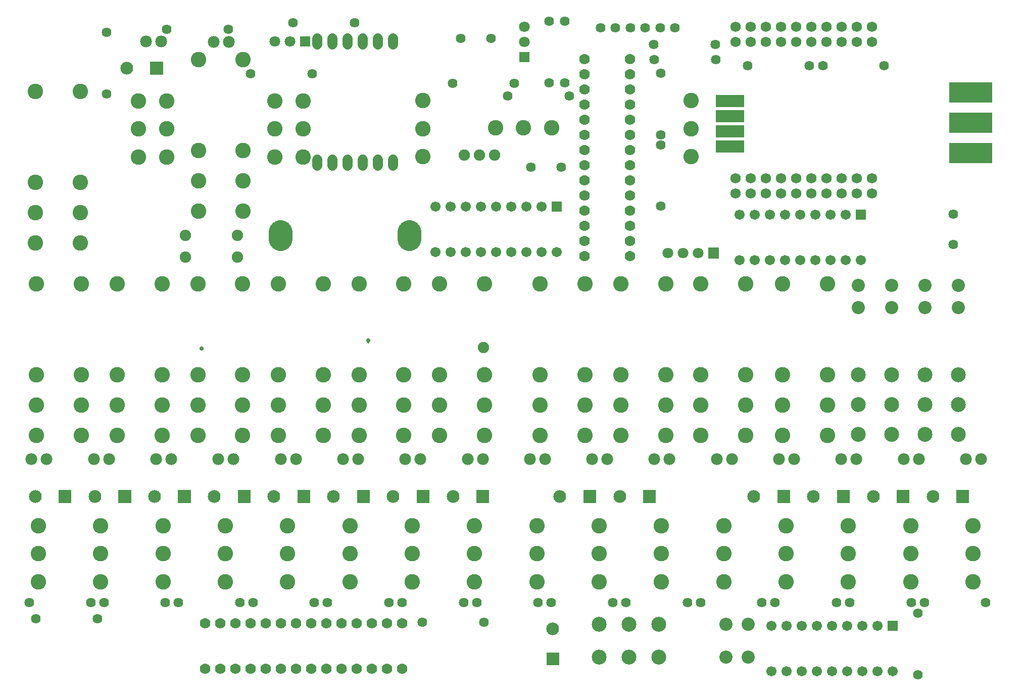
<source format=gts>
G04 Layer: TopSolderMaskLayer*
G04 EasyEDA v6.5.9, 2022-07-24 10:15:09*
G04 fe253c73351744798c961b15868a372a,02f1792b0bbe455e88b475f65b551f11,10*
G04 Gerber Generator version 0.2*
G04 Scale: 100 percent, Rotated: No, Reflected: No *
G04 Dimensions in millimeters *
G04 leading zeros omitted , absolute positions ,4 integer and 5 decimal *
%FSLAX45Y45*%
%MOMM*%

%ADD10C,0.3556*%
%ADD11C,4.0032*%
%ADD12C,1.7272*%
%ADD13C,1.6256*%
%ADD14C,2.1336*%
%ADD15C,1.9016*%
%ADD16C,2.5032*%
%ADD17C,2.2032*%
%ADD18C,2.6032*%
%ADD19C,1.8016*%
%ADD20C,2.6016*%
%ADD21C,1.7016*%
%ADD22C,1.9812*%
%ADD23C,1.8032*%
%ADD24R,1.7016X1.7016*%
%ADD25C,1.7780*%
%ADD26C,0.7116*%
%ADD27C,0.0103*%

%LPD*%
D10*
X5900003Y-5460001D02*
G01*
X5900000Y-5499999D01*
X5900000Y-5499999D01*
X5900000Y-5499999D01*
X5900000Y-5499999D01*
D11*
X4420488Y-3639992D02*
G01*
X4420488Y-3759992D01*
X6579488Y-3639992D02*
G01*
X6579488Y-3759992D01*
D12*
X6312001Y-403199D02*
G01*
X6312001Y-504799D01*
X6058001Y-403199D02*
G01*
X6058001Y-504799D01*
X5804001Y-403199D02*
G01*
X5804001Y-504799D01*
X5550001Y-403199D02*
G01*
X5550001Y-504799D01*
X5296001Y-403199D02*
G01*
X5296001Y-504799D01*
X5042001Y-403199D02*
G01*
X5042001Y-504799D01*
X5042001Y-2435199D02*
G01*
X5042001Y-2536799D01*
X5296001Y-2435199D02*
G01*
X5296001Y-2536799D01*
X5550001Y-2435199D02*
G01*
X5550001Y-2536799D01*
X5804001Y-2435199D02*
G01*
X5804001Y-2536799D01*
X6058001Y-2435199D02*
G01*
X6058001Y-2536799D01*
X6312001Y-2435199D02*
G01*
X6312001Y-2536799D01*
D13*
G01*
X15699993Y-3345942D03*
G01*
X15699993Y-3853942D03*
G01*
X7446009Y-399999D03*
G01*
X7954009Y-399999D03*
G01*
X8626017Y-2560015D03*
G01*
X9134017Y-2560015D03*
G01*
X11039703Y-219735D03*
G01*
X10789716Y-219735D03*
G01*
X10539704Y-219735D03*
G01*
X10289717Y-219735D03*
G01*
X10039705Y-219735D03*
G01*
X9789718Y-219735D03*
D12*
G01*
X14336598Y-456996D03*
G01*
X14336598Y-2742996D03*
G01*
X14082598Y-456996D03*
G01*
X14082598Y-2742996D03*
G01*
X13828598Y-456996D03*
G01*
X13828598Y-2742996D03*
G01*
X13574598Y-456996D03*
G01*
X13574598Y-2742996D03*
G01*
X13320598Y-456996D03*
G01*
X13066598Y-456996D03*
G01*
X12812598Y-456996D03*
G01*
X12558598Y-456996D03*
G01*
X12558598Y-2742996D03*
G01*
X12812598Y-2742996D03*
G01*
X13066598Y-2742996D03*
G01*
X13320598Y-2742996D03*
G01*
X14336598Y-2996996D03*
G01*
X14082598Y-2996996D03*
G01*
X13828598Y-2996996D03*
G01*
X13574598Y-2996996D03*
G01*
X13320598Y-2996996D03*
G01*
X13066598Y-2996996D03*
G01*
X12812598Y-2996996D03*
G01*
X12558598Y-2996996D03*
G01*
X14336598Y-202996D03*
G01*
X14082598Y-202996D03*
G01*
X13828598Y-202996D03*
G01*
X13574598Y-202996D03*
G01*
X13320598Y-202996D03*
G01*
X13066598Y-202996D03*
G01*
X12812598Y-202996D03*
G01*
X12558598Y-202996D03*
G01*
X12304598Y-2996996D03*
G01*
X12304598Y-2742996D03*
G01*
X12304598Y-202996D03*
G01*
X12304598Y-456996D03*
G01*
X12050598Y-2996996D03*
G01*
X12050598Y-2742996D03*
G01*
X12050598Y-202996D03*
G01*
X12050598Y-456996D03*
G36*
X15883381Y-1416557D02*
G01*
X15883381Y-1203197D01*
X16096741Y-1203197D01*
X16096741Y-1416557D01*
G37*
D14*
G01*
X15990011Y-1810181D03*
G36*
X15753588Y-8186673D02*
G01*
X15753588Y-7973313D01*
X15966947Y-7973313D01*
X15966947Y-8186673D01*
G37*
G01*
X15359811Y-8079994D03*
G36*
X14753590Y-8186673D02*
G01*
X14753590Y-7973313D01*
X14966950Y-7973313D01*
X14966950Y-8186673D01*
G37*
G01*
X14359813Y-8079994D03*
G36*
X10503408Y-8186673D02*
G01*
X10503408Y-7973313D01*
X10716768Y-7973313D01*
X10716768Y-8186673D01*
G37*
G01*
X10109809Y-8079994D03*
G36*
X9503409Y-8186673D02*
G01*
X9503409Y-7973313D01*
X9716770Y-7973313D01*
X9716770Y-8186673D01*
G37*
G01*
X9109811Y-8079994D03*
G36*
X7708900Y-8186673D02*
G01*
X7708900Y-7973313D01*
X7922259Y-7973313D01*
X7922259Y-8186673D01*
G37*
G01*
X7315327Y-8079994D03*
G36*
X6708902Y-8186673D02*
G01*
X6708902Y-7973313D01*
X6922261Y-7973313D01*
X6922261Y-8186673D01*
G37*
G01*
X6315329Y-8079994D03*
G36*
X5708904Y-8186673D02*
G01*
X5708904Y-7973313D01*
X5922263Y-7973313D01*
X5922263Y-8186673D01*
G37*
G01*
X5315305Y-8079994D03*
G36*
X3708908Y-8186673D02*
G01*
X3708908Y-7973313D01*
X3922268Y-7973313D01*
X3922268Y-8186673D01*
G37*
G01*
X3315309Y-8079994D03*
G36*
X2708909Y-8186673D02*
G01*
X2708909Y-7973313D01*
X2922270Y-7973313D01*
X2922270Y-8186673D01*
G37*
G01*
X2315311Y-8079994D03*
G36*
X1708912Y-8186673D02*
G01*
X1708912Y-7973313D01*
X1922271Y-7973313D01*
X1922271Y-8186673D01*
G37*
G01*
X1315313Y-8079994D03*
G36*
X13753591Y-8186673D02*
G01*
X13753591Y-7973313D01*
X13966952Y-7973313D01*
X13966952Y-8186673D01*
G37*
G01*
X13359815Y-8079994D03*
G36*
X12753593Y-8186673D02*
G01*
X12753593Y-7973313D01*
X12966954Y-7973313D01*
X12966954Y-8186673D01*
G37*
G01*
X12359817Y-8079994D03*
G36*
X4708906Y-8186673D02*
G01*
X4708906Y-7973313D01*
X4922265Y-7973313D01*
X4922265Y-8186673D01*
G37*
G01*
X4315307Y-8079994D03*
G36*
X708913Y-8186673D02*
G01*
X708913Y-7973313D01*
X922273Y-7973313D01*
X922273Y-8186673D01*
G37*
G01*
X315315Y-8079994D03*
G36*
X2243581Y-1006602D02*
G01*
X2243581Y-793242D01*
X2456941Y-793242D01*
X2456941Y-1006602D01*
G37*
G01*
X1849805Y-899998D03*
D15*
G01*
X3700424Y-4067327D03*
G01*
X2830423Y-4067327D03*
G01*
X3701618Y-3699535D03*
G01*
X2831617Y-3699535D03*
D16*
G01*
X15788817Y-7042327D03*
G01*
X15788817Y-6542328D03*
G01*
X15788817Y-6042329D03*
D17*
G01*
X15788817Y-4917338D03*
G01*
X15788817Y-4542332D03*
D16*
G01*
X15230017Y-7042327D03*
G01*
X15230017Y-6542328D03*
G01*
X15230017Y-6042329D03*
D17*
G01*
X15230017Y-4917338D03*
G01*
X15230017Y-4542332D03*
D16*
G01*
X14671217Y-7042327D03*
G01*
X14671217Y-6542328D03*
G01*
X14671217Y-6042329D03*
D17*
G01*
X14671217Y-4917338D03*
G01*
X14671217Y-4542332D03*
D16*
G01*
X14112417Y-7042327D03*
G01*
X14112417Y-6542328D03*
G01*
X14112417Y-6042329D03*
D17*
G01*
X14112417Y-4917338D03*
G01*
X14112417Y-4542332D03*
D15*
G01*
X7506004Y-2359990D03*
G01*
X7760004Y-2359990D03*
G01*
X8014004Y-2359990D03*
D18*
G01*
X10880775Y-4512335D03*
G01*
X10880775Y-6036335D03*
G01*
X10880775Y-6544335D03*
G01*
X10880775Y-7052335D03*
G01*
X10130764Y-7052335D03*
G01*
X10130764Y-6544335D03*
G01*
X10130764Y-6036335D03*
G01*
X10130764Y-4512335D03*
G01*
X9530003Y-4512335D03*
G01*
X9530003Y-6036335D03*
G01*
X9530003Y-6544335D03*
G01*
X9530003Y-7052335D03*
G01*
X8779992Y-7052335D03*
G01*
X8779992Y-6544335D03*
G01*
X8779992Y-6036335D03*
G01*
X8779992Y-4512335D03*
G01*
X7842427Y-4512335D03*
G01*
X7842427Y-6036335D03*
G01*
X7842427Y-6544335D03*
G01*
X7842427Y-7052335D03*
G01*
X7092416Y-7052335D03*
G01*
X7092416Y-6544335D03*
G01*
X7092416Y-6036335D03*
G01*
X7092416Y-4512335D03*
G01*
X6491655Y-4512335D03*
G01*
X6491655Y-6036335D03*
G01*
X6491655Y-6544335D03*
G01*
X6491655Y-7052335D03*
G01*
X5741644Y-7052335D03*
G01*
X5741644Y-6544335D03*
G01*
X5741644Y-6036335D03*
G01*
X5741644Y-4512335D03*
G01*
X5140883Y-4512335D03*
G01*
X5140883Y-6036335D03*
G01*
X5140883Y-6544335D03*
G01*
X5140883Y-7052335D03*
G01*
X4390847Y-7052335D03*
G01*
X4390847Y-6544335D03*
G01*
X4390847Y-6036335D03*
G01*
X4390847Y-4512335D03*
G01*
X3789857Y-4512335D03*
G01*
X3789857Y-6036335D03*
G01*
X3789857Y-6544335D03*
G01*
X3789857Y-7052335D03*
G01*
X3039846Y-7052335D03*
G01*
X3039846Y-6544335D03*
G01*
X3039846Y-6036335D03*
G01*
X3039846Y-4512335D03*
G01*
X2439085Y-4512335D03*
G01*
X2439085Y-6036335D03*
G01*
X2439085Y-6544335D03*
G01*
X2439085Y-7052335D03*
G01*
X1689074Y-7052335D03*
G01*
X1689074Y-6544335D03*
G01*
X1689074Y-6036335D03*
G01*
X1689074Y-4512335D03*
G01*
X1088313Y-4512335D03*
G01*
X1088313Y-6036335D03*
G01*
X1088313Y-6544335D03*
G01*
X1088313Y-7052335D03*
G01*
X338302Y-7052335D03*
G01*
X338302Y-6544335D03*
G01*
X338302Y-6036335D03*
G01*
X338302Y-4512335D03*
G01*
X13591717Y-4512335D03*
G01*
X13591717Y-6036335D03*
G01*
X13591717Y-6544335D03*
G01*
X13591717Y-7052335D03*
G01*
X12841706Y-7052335D03*
G01*
X12841706Y-6544335D03*
G01*
X12841706Y-6036335D03*
G01*
X12841706Y-4512335D03*
G01*
X12220117Y-4512335D03*
G01*
X12220117Y-6036335D03*
G01*
X12220117Y-6544335D03*
G01*
X12220117Y-7052335D03*
G01*
X11470106Y-7052335D03*
G01*
X11470106Y-6544335D03*
G01*
X11470106Y-6036335D03*
G01*
X11470106Y-4512335D03*
G01*
X3800017Y-753135D03*
G01*
X3800017Y-2277135D03*
G01*
X3800017Y-2785135D03*
G01*
X3800017Y-3293135D03*
G01*
X3050006Y-3293135D03*
G01*
X3050006Y-2785135D03*
G01*
X3050006Y-2277135D03*
G01*
X3050006Y-753135D03*
G01*
X1068298Y-1293495D03*
G01*
X1068298Y-2817495D03*
G01*
X1068298Y-3325495D03*
G01*
X1068298Y-3833495D03*
G01*
X318287Y-3833495D03*
G01*
X318287Y-3325495D03*
G01*
X318287Y-2817495D03*
G01*
X318287Y-1293495D03*
G36*
X11591036Y-4090162D02*
G01*
X11591036Y-3909821D01*
X11771122Y-3909821D01*
X11771122Y-4090162D01*
G37*
D19*
G01*
X11427002Y-3999992D03*
G01*
X11173002Y-3999992D03*
G01*
X10919002Y-3999992D03*
G36*
X8883395Y-10906760D02*
G01*
X8883395Y-10693400D01*
X9096756Y-10693400D01*
X9096756Y-10906760D01*
G37*
D14*
G01*
X8989999Y-10299827D03*
D16*
G01*
X9765436Y-10223017D03*
G01*
X10265435Y-10223017D03*
G01*
X10765434Y-10223017D03*
D17*
G01*
X11890425Y-10223017D03*
G01*
X12265431Y-10223017D03*
D16*
G01*
X9765411Y-10773003D03*
G01*
X10265409Y-10773003D03*
G01*
X10765409Y-10773003D03*
D17*
G01*
X11890400Y-10773003D03*
G01*
X12265406Y-10773003D03*
D13*
G01*
X12254991Y-855014D03*
G01*
X13285012Y-855014D03*
G01*
X13515009Y-855014D03*
G01*
X14545030Y-855014D03*
D20*
G01*
X6810019Y-1442186D03*
G01*
X6810019Y-1912188D03*
G01*
X6810019Y-2382189D03*
D21*
G01*
X14686000Y-11011001D03*
G01*
X14432000Y-11011001D03*
G01*
X14178000Y-11011001D03*
G01*
X13924000Y-11011001D03*
G01*
X13670000Y-11011001D03*
G01*
X13416000Y-11011001D03*
G01*
X13162000Y-11011001D03*
G01*
X12908000Y-11011001D03*
G01*
X12654000Y-11011001D03*
G01*
X12654000Y-10249001D03*
G01*
X12908000Y-10249001D03*
G01*
X13162000Y-10249001D03*
G01*
X13416000Y-10249001D03*
G01*
X13670000Y-10249001D03*
G01*
X13924000Y-10249001D03*
G01*
X14178000Y-10249001D03*
G01*
X14432000Y-10249001D03*
G36*
X14600936Y-10333989D02*
G01*
X14600936Y-10163810D01*
X14771116Y-10163810D01*
X14771116Y-10333989D01*
G37*
D20*
G01*
X2047341Y-1447190D03*
G01*
X2047341Y-1917192D03*
G01*
X2047341Y-2387193D03*
G01*
X2522347Y-1917192D03*
G01*
X2522347Y-2387193D03*
G01*
X2522347Y-1447190D03*
G01*
X4331157Y-1447190D03*
G01*
X4331157Y-1917192D03*
G01*
X4331157Y-2387193D03*
G01*
X4806162Y-1917192D03*
G01*
X4806162Y-2387193D03*
G01*
X4806162Y-1447190D03*
G36*
X11724893Y-1550162D02*
G01*
X11724893Y-1349755D01*
X12195047Y-1349755D01*
X12195047Y-1550162D01*
G37*
G36*
X11724893Y-1804162D02*
G01*
X11724893Y-1603755D01*
X12195047Y-1603755D01*
X12195047Y-1804162D01*
G37*
G36*
X11724893Y-2058162D02*
G01*
X11724893Y-1857755D01*
X12195047Y-1857755D01*
X12195047Y-2058162D01*
G37*
G36*
X11724893Y-2312162D02*
G01*
X11724893Y-2111755D01*
X12195047Y-2111755D01*
X12195047Y-2312162D01*
G37*
G36*
X15630906Y-1474215D02*
G01*
X15630906Y-1133855D01*
X16351250Y-1133855D01*
X16351250Y-1474215D01*
G37*
G36*
X15630906Y-1982215D02*
G01*
X15630906Y-1641855D01*
X16351250Y-1641855D01*
X16351250Y-1982215D01*
G37*
G36*
X15630906Y-2490215D02*
G01*
X15630906Y-2149855D01*
X16351250Y-2149855D01*
X16351250Y-2490215D01*
G37*
D21*
G01*
X9056014Y-3980992D03*
G01*
X8802014Y-3980992D03*
G01*
X8548014Y-3980992D03*
G01*
X8294014Y-3980992D03*
G01*
X8040014Y-3980992D03*
G01*
X7786014Y-3980992D03*
G01*
X7532014Y-3980992D03*
G01*
X7278014Y-3980992D03*
G01*
X7024014Y-3980992D03*
G01*
X7024014Y-3218992D03*
G01*
X7278014Y-3218992D03*
G01*
X7532014Y-3218992D03*
G01*
X7786014Y-3218992D03*
G01*
X8040014Y-3218992D03*
G01*
X8294014Y-3218992D03*
G01*
X8548014Y-3218992D03*
G01*
X8802014Y-3218992D03*
G36*
X8971025Y-3304031D02*
G01*
X8971025Y-3133852D01*
X9141206Y-3133852D01*
X9141206Y-3304031D01*
G37*
G01*
X14150593Y-4118610D03*
G01*
X13896593Y-4118610D03*
G01*
X13642593Y-4118610D03*
G01*
X13388593Y-4118610D03*
G01*
X13134593Y-4118610D03*
G01*
X12880593Y-4118610D03*
G01*
X12626593Y-4118610D03*
G01*
X12372593Y-4118610D03*
G01*
X12118593Y-4118610D03*
G01*
X12118593Y-3356610D03*
G01*
X12372593Y-3356610D03*
G01*
X12626593Y-3356610D03*
G01*
X12880593Y-3356610D03*
G01*
X13134593Y-3356610D03*
G01*
X13388593Y-3356610D03*
G01*
X13642593Y-3356610D03*
G01*
X13896593Y-3356610D03*
G36*
X14065504Y-3441700D02*
G01*
X14065504Y-3271520D01*
X14235684Y-3271520D01*
X14235684Y-3441700D01*
G37*
D20*
G01*
X16031133Y-8570010D03*
G01*
X16031133Y-9040012D03*
G01*
X16031133Y-9510013D03*
G01*
X14987016Y-8570010D03*
G01*
X14987016Y-9040012D03*
G01*
X14987016Y-9510013D03*
G01*
X13942898Y-8570010D03*
G01*
X13942898Y-9040012D03*
G01*
X13942898Y-9510013D03*
G01*
X12898805Y-8570010D03*
G01*
X12898805Y-9040012D03*
G01*
X12898805Y-9510013D03*
G01*
X11854688Y-8570010D03*
G01*
X11854688Y-9040012D03*
G01*
X11854688Y-9510013D03*
G01*
X10810570Y-8570010D03*
G01*
X10810570Y-9040012D03*
G01*
X10810570Y-9510013D03*
G01*
X9766452Y-8570010D03*
G01*
X9766452Y-9040012D03*
G01*
X9766452Y-9510013D03*
G01*
X8722334Y-8570010D03*
G01*
X8722334Y-9040012D03*
G01*
X8722334Y-9510013D03*
G01*
X7678242Y-8570010D03*
G01*
X7678242Y-9040012D03*
G01*
X7678242Y-9510013D03*
G01*
X6634124Y-8570010D03*
G01*
X6634124Y-9040012D03*
G01*
X6634124Y-9510013D03*
G01*
X5590006Y-8570010D03*
G01*
X5590006Y-9040012D03*
G01*
X5590006Y-9510013D03*
G01*
X4545888Y-8570010D03*
G01*
X4545888Y-9040012D03*
G01*
X4545888Y-9510013D03*
G01*
X3501770Y-8570010D03*
G01*
X3501770Y-9040012D03*
G01*
X3501770Y-9510013D03*
G01*
X2457678Y-8570010D03*
G01*
X2457678Y-9040012D03*
G01*
X2457678Y-9510013D03*
G01*
X1413560Y-8570010D03*
G01*
X1413560Y-9040012D03*
G01*
X1413560Y-9510013D03*
G01*
X369443Y-8570010D03*
G01*
X369443Y-9040012D03*
G01*
X369443Y-9510013D03*
D13*
G01*
X10684992Y-499998D03*
G01*
X11715013Y-499998D03*
G01*
X11719128Y-753135D03*
G01*
X10689107Y-753135D03*
G01*
X1515414Y-1332356D03*
G01*
X1515414Y-302336D03*
G01*
X16245027Y-9860000D03*
G01*
X15215006Y-9860000D03*
G01*
X11465001Y-9860000D03*
G01*
X12495022Y-9860000D03*
G01*
X10214990Y-9860000D03*
G01*
X11245011Y-9860000D03*
G01*
X9995027Y-9860000D03*
G01*
X8965006Y-9860000D03*
G01*
X8745016Y-9860000D03*
G01*
X7714995Y-9860000D03*
G01*
X7835011Y-10189997D03*
G01*
X6804990Y-10189997D03*
G01*
X7495006Y-9860000D03*
G01*
X6464985Y-9860000D03*
G01*
X6245021Y-9860000D03*
G01*
X5215000Y-9860000D03*
G01*
X3964990Y-9860000D03*
G01*
X4995011Y-9860000D03*
G01*
X2714980Y-9860000D03*
G01*
X3745001Y-9860000D03*
G01*
X2495016Y-9860000D03*
G01*
X1464995Y-9860000D03*
G01*
X1355013Y-10130002D03*
G01*
X324993Y-10130002D03*
G01*
X214985Y-9860000D03*
G01*
X1245006Y-9860000D03*
D22*
G01*
X2174417Y-448335D03*
G01*
X2428417Y-448335D03*
G01*
X15912998Y-7450023D03*
G01*
X16166998Y-7450023D03*
G01*
X11737035Y-7449997D03*
G01*
X11991035Y-7449997D03*
G01*
X10693018Y-7449997D03*
G01*
X10947018Y-7449997D03*
G01*
X9649028Y-7449997D03*
G01*
X9903028Y-7449997D03*
G01*
X8605037Y-7449997D03*
G01*
X8859037Y-7449997D03*
G01*
X7561021Y-7449997D03*
G01*
X7815021Y-7449997D03*
G01*
X6517030Y-7449997D03*
G01*
X6771030Y-7449997D03*
G01*
X5473014Y-7449997D03*
G01*
X5727014Y-7449997D03*
G01*
X4429023Y-7449997D03*
G01*
X4683023Y-7449997D03*
G01*
X3385007Y-7449997D03*
G01*
X3639007Y-7449997D03*
G01*
X2340990Y-7449997D03*
G01*
X2594990Y-7449997D03*
G01*
X1297000Y-7450023D03*
G01*
X1551000Y-7450023D03*
G01*
X252984Y-7450023D03*
G01*
X506984Y-7450023D03*
G01*
X12781025Y-7450023D03*
G01*
X13035025Y-7450023D03*
D13*
G01*
X15110002Y-11065027D03*
G01*
X15110002Y-10035006D03*
G01*
X13964996Y-9860000D03*
G01*
X14995016Y-9860000D03*
G01*
X12714986Y-9860000D03*
G01*
X13745006Y-9860000D03*
D22*
G01*
X14869007Y-7449997D03*
G01*
X15123007Y-7449997D03*
G01*
X13824991Y-7449997D03*
G01*
X14078991Y-7449997D03*
G36*
X4756404Y-533400D02*
G01*
X4756404Y-363220D01*
X4926584Y-363220D01*
X4926584Y-533400D01*
G37*
D23*
G01*
X4587417Y-448335D03*
G01*
X4333417Y-448335D03*
D24*
G01*
X8510015Y-713994D03*
D23*
G01*
X8510015Y-459994D03*
G01*
X8510015Y-205994D03*
D20*
G01*
X11310010Y-1442186D03*
G01*
X11310010Y-1912188D03*
G01*
X11310010Y-2382189D03*
G01*
X8030006Y-1902205D03*
G01*
X8500008Y-1902205D03*
G01*
X8970009Y-1902205D03*
D13*
G01*
X3924985Y-989990D03*
G01*
X4955006Y-989990D03*
G01*
X4634991Y-140004D03*
G01*
X5665012Y-140004D03*
G01*
X8930004Y-1145006D03*
G01*
X8930004Y-114985D03*
G01*
X9189999Y-1145006D03*
G01*
X9189999Y-114985D03*
G01*
X3553028Y-245135D03*
G01*
X2523007Y-245135D03*
G01*
X10800003Y-984986D03*
G01*
X10800003Y-2015007D03*
G01*
X10800003Y-3215004D03*
G01*
X10800003Y-2184984D03*
G01*
X9265005Y-1369999D03*
G01*
X8234984Y-1369999D03*
G01*
X7314996Y-1150010D03*
G01*
X8345017Y-1150010D03*
D22*
G01*
X3304082Y-461035D03*
G01*
X3558082Y-461035D03*
D25*
G01*
X6460997Y-10208996D03*
G01*
X6206997Y-10208996D03*
G01*
X5952997Y-10208996D03*
G01*
X5698997Y-10208996D03*
G01*
X5444997Y-10208996D03*
G01*
X5190997Y-10208996D03*
G01*
X4936997Y-10208996D03*
G01*
X4682997Y-10208996D03*
G01*
X4428997Y-10208996D03*
G01*
X4174997Y-10208996D03*
G01*
X3920997Y-10208996D03*
G01*
X3666997Y-10208996D03*
G01*
X3412997Y-10208996D03*
G01*
X3158997Y-10208996D03*
G01*
X3158997Y-10970996D03*
G01*
X3412997Y-10970996D03*
G01*
X3666997Y-10970996D03*
G01*
X3920997Y-10970996D03*
G01*
X4174997Y-10970996D03*
G01*
X4428997Y-10970996D03*
G01*
X4682997Y-10970996D03*
G01*
X4936997Y-10970996D03*
G01*
X5190997Y-10970996D03*
G01*
X5444997Y-10970996D03*
G01*
X5698997Y-10970996D03*
G01*
X5952997Y-10970996D03*
G01*
X6206997Y-10970996D03*
G01*
X6460997Y-10970996D03*
G01*
X10281005Y-4050995D03*
G01*
X10281005Y-3796995D03*
G01*
X10281005Y-3542995D03*
G01*
X10281005Y-3288995D03*
G01*
X10281005Y-3034995D03*
G01*
X10281005Y-2780995D03*
G01*
X10281005Y-2526995D03*
G01*
X10281005Y-2272995D03*
G01*
X10281005Y-2018995D03*
G01*
X10281005Y-1764995D03*
G01*
X10281005Y-1510995D03*
G01*
X10281005Y-1256995D03*
G01*
X10281005Y-1002995D03*
G01*
X10281005Y-748995D03*
G01*
X9519005Y-748995D03*
G01*
X9519005Y-1002995D03*
G01*
X9519005Y-1256995D03*
G01*
X9519005Y-1510995D03*
G01*
X9519005Y-1764995D03*
G01*
X9519005Y-2018995D03*
G01*
X9519005Y-2272995D03*
G01*
X9519005Y-2526995D03*
G01*
X9519005Y-2780995D03*
G01*
X9519005Y-3034995D03*
G01*
X9519005Y-3288995D03*
G01*
X9519005Y-3542995D03*
G01*
X9519005Y-3796995D03*
G01*
X9519005Y-4050995D03*
D15*
G01*
X7828203Y-5579135D03*
D26*
G01*
X3099993Y-5599988D03*
G01*
X5900013Y-5460009D03*
M02*

</source>
